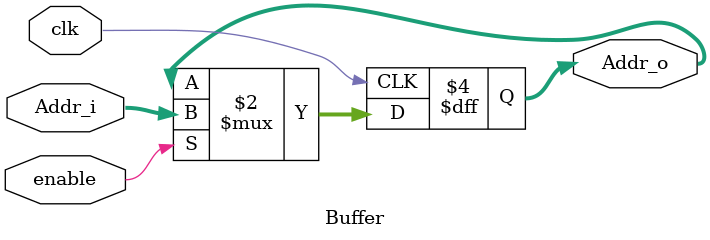
<source format=v>
module Buffer #(parameter WIDTH = 32)(
input [WIDTH-1:0] Addr_i,
input enable, clk,
output reg [WIDTH-1:0] Addr_o
);

always @ (posedge clk)
begin	
		if (enable)
		begin
			Addr_o <= Addr_i;
		end
end


endmodule 
</source>
